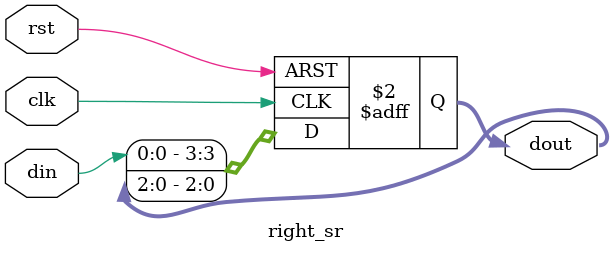
<source format=v>
module right_sr(clk,rst,din,dout);
  input clk,rst,din;
  output reg [3:0] dout;
  always @ (posedge clk or posedge rst)
    begin 
      if (rst)
        begin
          dout <=4'b0000;
        end
      else 
        dout={din,dout[2:0]};
    end
endmodule

</source>
